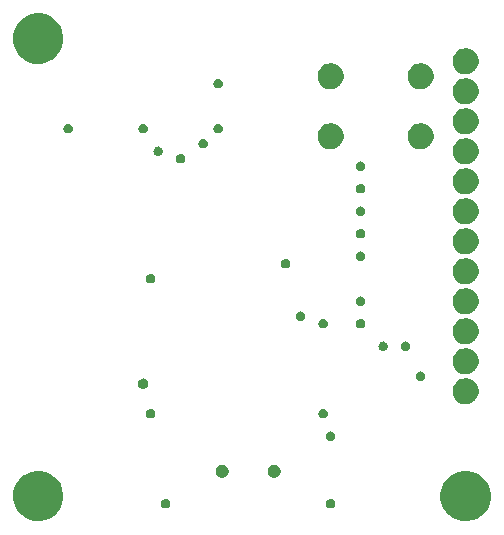
<source format=gbs>
G04 (created by PCBNEW (2013-may-18)-stable) date Fri 12 Dec 2014 10:12:50 AM CET*
%MOIN*%
G04 Gerber Fmt 3.4, Leading zero omitted, Abs format*
%FSLAX34Y34*%
G01*
G70*
G90*
G04 APERTURE LIST*
%ADD10C,0.00590551*%
G04 APERTURE END LIST*
G54D10*
G36*
X24339Y-23670D02*
X24337Y-23852D01*
X24299Y-24019D01*
X24235Y-24164D01*
X24136Y-24303D01*
X24021Y-24413D01*
X23877Y-24504D01*
X23729Y-24561D01*
X23561Y-24591D01*
X23403Y-24588D01*
X23236Y-24551D01*
X23091Y-24488D01*
X22950Y-24390D01*
X22840Y-24276D01*
X22748Y-24132D01*
X22689Y-23985D01*
X22658Y-23817D01*
X22661Y-23659D01*
X22696Y-23491D01*
X22758Y-23346D01*
X22855Y-23204D01*
X22968Y-23094D01*
X23112Y-23000D01*
X23258Y-22941D01*
X23427Y-22909D01*
X23584Y-22910D01*
X23753Y-22945D01*
X23898Y-23006D01*
X24040Y-23102D01*
X24151Y-23213D01*
X24246Y-23357D01*
X24306Y-23502D01*
X24339Y-23670D01*
X24339Y-23670D01*
G37*
G36*
X24339Y-38920D02*
X24337Y-39102D01*
X24299Y-39269D01*
X24235Y-39414D01*
X24136Y-39553D01*
X24021Y-39663D01*
X23877Y-39754D01*
X23729Y-39811D01*
X23561Y-39841D01*
X23403Y-39838D01*
X23236Y-39801D01*
X23091Y-39738D01*
X22950Y-39640D01*
X22840Y-39526D01*
X22748Y-39382D01*
X22689Y-39235D01*
X22658Y-39067D01*
X22661Y-38909D01*
X22696Y-38741D01*
X22758Y-38596D01*
X22855Y-38454D01*
X22968Y-38344D01*
X23112Y-38250D01*
X23258Y-38191D01*
X23427Y-38159D01*
X23584Y-38160D01*
X23753Y-38195D01*
X23898Y-38256D01*
X24040Y-38352D01*
X24151Y-38463D01*
X24246Y-38607D01*
X24306Y-38752D01*
X24339Y-38920D01*
X24339Y-38920D01*
G37*
G36*
X24658Y-26737D02*
X24657Y-26767D01*
X24649Y-26802D01*
X24639Y-26825D01*
X24618Y-26855D01*
X24599Y-26873D01*
X24568Y-26892D01*
X24545Y-26901D01*
X24509Y-26908D01*
X24484Y-26907D01*
X24448Y-26899D01*
X24425Y-26889D01*
X24394Y-26868D01*
X24377Y-26850D01*
X24357Y-26819D01*
X24348Y-26796D01*
X24341Y-26759D01*
X24342Y-26735D01*
X24349Y-26698D01*
X24359Y-26676D01*
X24380Y-26645D01*
X24397Y-26628D01*
X24429Y-26607D01*
X24451Y-26598D01*
X24489Y-26591D01*
X24512Y-26591D01*
X24550Y-26599D01*
X24572Y-26608D01*
X24603Y-26630D01*
X24620Y-26646D01*
X24641Y-26678D01*
X24650Y-26700D01*
X24658Y-26737D01*
X24658Y-26737D01*
G37*
G36*
X27158Y-26737D02*
X27157Y-26767D01*
X27149Y-26802D01*
X27139Y-26825D01*
X27118Y-26855D01*
X27099Y-26873D01*
X27068Y-26892D01*
X27045Y-26901D01*
X27009Y-26908D01*
X26984Y-26907D01*
X26948Y-26899D01*
X26925Y-26889D01*
X26894Y-26868D01*
X26877Y-26850D01*
X26857Y-26819D01*
X26848Y-26796D01*
X26841Y-26759D01*
X26842Y-26735D01*
X26849Y-26698D01*
X26859Y-26676D01*
X26880Y-26645D01*
X26897Y-26628D01*
X26929Y-26607D01*
X26951Y-26598D01*
X26989Y-26591D01*
X27012Y-26591D01*
X27050Y-26599D01*
X27072Y-26608D01*
X27103Y-26630D01*
X27120Y-26646D01*
X27141Y-26678D01*
X27150Y-26700D01*
X27158Y-26737D01*
X27158Y-26737D01*
G37*
G36*
X27177Y-35235D02*
X27177Y-35269D01*
X27168Y-35308D01*
X27156Y-35335D01*
X27133Y-35368D01*
X27112Y-35388D01*
X27077Y-35410D01*
X27050Y-35420D01*
X27010Y-35428D01*
X26981Y-35427D01*
X26941Y-35418D01*
X26915Y-35407D01*
X26881Y-35383D01*
X26862Y-35363D01*
X26839Y-35328D01*
X26829Y-35302D01*
X26821Y-35261D01*
X26822Y-35233D01*
X26831Y-35192D01*
X26842Y-35167D01*
X26865Y-35132D01*
X26885Y-35113D01*
X26920Y-35090D01*
X26946Y-35079D01*
X26987Y-35072D01*
X27015Y-35072D01*
X27056Y-35080D01*
X27081Y-35091D01*
X27116Y-35114D01*
X27135Y-35134D01*
X27159Y-35169D01*
X27169Y-35194D01*
X27177Y-35235D01*
X27177Y-35235D01*
G37*
G36*
X27408Y-31737D02*
X27407Y-31767D01*
X27399Y-31802D01*
X27389Y-31825D01*
X27368Y-31855D01*
X27349Y-31873D01*
X27318Y-31892D01*
X27295Y-31901D01*
X27259Y-31908D01*
X27234Y-31907D01*
X27198Y-31899D01*
X27175Y-31889D01*
X27144Y-31868D01*
X27127Y-31850D01*
X27107Y-31819D01*
X27098Y-31796D01*
X27091Y-31759D01*
X27092Y-31735D01*
X27099Y-31698D01*
X27109Y-31676D01*
X27130Y-31645D01*
X27147Y-31628D01*
X27179Y-31607D01*
X27201Y-31598D01*
X27239Y-31591D01*
X27262Y-31591D01*
X27300Y-31599D01*
X27322Y-31608D01*
X27353Y-31630D01*
X27370Y-31646D01*
X27391Y-31678D01*
X27400Y-31700D01*
X27408Y-31737D01*
X27408Y-31737D01*
G37*
G36*
X27408Y-36237D02*
X27407Y-36267D01*
X27399Y-36302D01*
X27389Y-36325D01*
X27368Y-36355D01*
X27349Y-36373D01*
X27318Y-36392D01*
X27295Y-36401D01*
X27259Y-36408D01*
X27234Y-36407D01*
X27198Y-36399D01*
X27175Y-36389D01*
X27144Y-36368D01*
X27127Y-36350D01*
X27107Y-36319D01*
X27098Y-36296D01*
X27091Y-36259D01*
X27092Y-36235D01*
X27099Y-36198D01*
X27109Y-36176D01*
X27130Y-36145D01*
X27147Y-36128D01*
X27179Y-36107D01*
X27201Y-36098D01*
X27239Y-36091D01*
X27262Y-36091D01*
X27300Y-36099D01*
X27322Y-36108D01*
X27353Y-36130D01*
X27370Y-36146D01*
X27391Y-36178D01*
X27400Y-36200D01*
X27408Y-36237D01*
X27408Y-36237D01*
G37*
G36*
X27658Y-27487D02*
X27657Y-27517D01*
X27649Y-27552D01*
X27639Y-27575D01*
X27618Y-27605D01*
X27599Y-27623D01*
X27568Y-27642D01*
X27545Y-27651D01*
X27509Y-27658D01*
X27484Y-27657D01*
X27448Y-27649D01*
X27425Y-27639D01*
X27394Y-27618D01*
X27377Y-27600D01*
X27357Y-27569D01*
X27348Y-27546D01*
X27341Y-27509D01*
X27342Y-27485D01*
X27349Y-27448D01*
X27359Y-27426D01*
X27380Y-27395D01*
X27397Y-27378D01*
X27429Y-27357D01*
X27451Y-27348D01*
X27489Y-27341D01*
X27512Y-27341D01*
X27550Y-27349D01*
X27572Y-27358D01*
X27603Y-27380D01*
X27620Y-27396D01*
X27641Y-27428D01*
X27650Y-27450D01*
X27658Y-27487D01*
X27658Y-27487D01*
G37*
G36*
X27908Y-39237D02*
X27907Y-39267D01*
X27899Y-39302D01*
X27889Y-39325D01*
X27868Y-39355D01*
X27849Y-39373D01*
X27818Y-39392D01*
X27795Y-39401D01*
X27759Y-39408D01*
X27734Y-39407D01*
X27698Y-39399D01*
X27675Y-39389D01*
X27644Y-39368D01*
X27627Y-39350D01*
X27607Y-39319D01*
X27598Y-39296D01*
X27591Y-39259D01*
X27592Y-39235D01*
X27599Y-39198D01*
X27609Y-39176D01*
X27630Y-39145D01*
X27647Y-39128D01*
X27679Y-39107D01*
X27701Y-39098D01*
X27739Y-39091D01*
X27762Y-39091D01*
X27800Y-39099D01*
X27822Y-39108D01*
X27853Y-39130D01*
X27870Y-39146D01*
X27891Y-39178D01*
X27900Y-39200D01*
X27908Y-39237D01*
X27908Y-39237D01*
G37*
G36*
X28408Y-27737D02*
X28407Y-27767D01*
X28399Y-27802D01*
X28389Y-27825D01*
X28368Y-27855D01*
X28349Y-27873D01*
X28318Y-27892D01*
X28295Y-27901D01*
X28259Y-27908D01*
X28234Y-27907D01*
X28198Y-27899D01*
X28175Y-27889D01*
X28144Y-27868D01*
X28127Y-27850D01*
X28107Y-27819D01*
X28098Y-27796D01*
X28091Y-27759D01*
X28092Y-27735D01*
X28099Y-27698D01*
X28109Y-27676D01*
X28130Y-27645D01*
X28147Y-27628D01*
X28179Y-27607D01*
X28201Y-27598D01*
X28239Y-27591D01*
X28262Y-27591D01*
X28300Y-27599D01*
X28322Y-27608D01*
X28353Y-27630D01*
X28370Y-27646D01*
X28391Y-27678D01*
X28400Y-27700D01*
X28408Y-27737D01*
X28408Y-27737D01*
G37*
G36*
X29158Y-27237D02*
X29157Y-27267D01*
X29149Y-27302D01*
X29139Y-27325D01*
X29118Y-27355D01*
X29099Y-27373D01*
X29068Y-27392D01*
X29045Y-27401D01*
X29009Y-27408D01*
X28984Y-27407D01*
X28948Y-27399D01*
X28925Y-27389D01*
X28894Y-27368D01*
X28877Y-27350D01*
X28857Y-27319D01*
X28848Y-27296D01*
X28841Y-27259D01*
X28842Y-27235D01*
X28849Y-27198D01*
X28859Y-27176D01*
X28880Y-27145D01*
X28897Y-27128D01*
X28929Y-27107D01*
X28951Y-27098D01*
X28989Y-27091D01*
X29012Y-27091D01*
X29050Y-27099D01*
X29072Y-27108D01*
X29103Y-27130D01*
X29120Y-27146D01*
X29141Y-27178D01*
X29150Y-27200D01*
X29158Y-27237D01*
X29158Y-27237D01*
G37*
G36*
X29658Y-25237D02*
X29657Y-25267D01*
X29649Y-25302D01*
X29639Y-25325D01*
X29618Y-25355D01*
X29599Y-25373D01*
X29568Y-25392D01*
X29545Y-25401D01*
X29509Y-25408D01*
X29484Y-25407D01*
X29448Y-25399D01*
X29425Y-25389D01*
X29394Y-25368D01*
X29377Y-25350D01*
X29357Y-25319D01*
X29348Y-25296D01*
X29341Y-25259D01*
X29342Y-25235D01*
X29349Y-25198D01*
X29359Y-25176D01*
X29380Y-25145D01*
X29397Y-25128D01*
X29429Y-25107D01*
X29451Y-25098D01*
X29489Y-25091D01*
X29512Y-25091D01*
X29550Y-25099D01*
X29572Y-25108D01*
X29603Y-25130D01*
X29620Y-25146D01*
X29641Y-25178D01*
X29650Y-25200D01*
X29658Y-25237D01*
X29658Y-25237D01*
G37*
G36*
X29658Y-26737D02*
X29657Y-26767D01*
X29649Y-26802D01*
X29639Y-26825D01*
X29618Y-26855D01*
X29599Y-26873D01*
X29568Y-26892D01*
X29545Y-26901D01*
X29509Y-26908D01*
X29484Y-26907D01*
X29448Y-26899D01*
X29425Y-26889D01*
X29394Y-26868D01*
X29377Y-26850D01*
X29357Y-26819D01*
X29348Y-26796D01*
X29341Y-26759D01*
X29342Y-26735D01*
X29349Y-26698D01*
X29359Y-26676D01*
X29380Y-26645D01*
X29397Y-26628D01*
X29429Y-26607D01*
X29451Y-26598D01*
X29489Y-26591D01*
X29512Y-26591D01*
X29550Y-26599D01*
X29572Y-26608D01*
X29603Y-26630D01*
X29620Y-26646D01*
X29641Y-26678D01*
X29650Y-26700D01*
X29658Y-26737D01*
X29658Y-26737D01*
G37*
G36*
X29850Y-38146D02*
X29850Y-38189D01*
X29839Y-38236D01*
X29824Y-38270D01*
X29796Y-38309D01*
X29770Y-38334D01*
X29729Y-38360D01*
X29695Y-38373D01*
X29647Y-38382D01*
X29611Y-38381D01*
X29563Y-38371D01*
X29530Y-38356D01*
X29490Y-38328D01*
X29465Y-38302D01*
X29438Y-38261D01*
X29425Y-38228D01*
X29416Y-38179D01*
X29417Y-38144D01*
X29427Y-38095D01*
X29441Y-38063D01*
X29469Y-38022D01*
X29494Y-37997D01*
X29536Y-37970D01*
X29569Y-37957D01*
X29617Y-37947D01*
X29653Y-37948D01*
X29701Y-37958D01*
X29734Y-37971D01*
X29775Y-37999D01*
X29800Y-38024D01*
X29828Y-38066D01*
X29841Y-38098D01*
X29850Y-38146D01*
X29850Y-38146D01*
G37*
G36*
X31582Y-38146D02*
X31582Y-38189D01*
X31571Y-38236D01*
X31556Y-38270D01*
X31528Y-38309D01*
X31502Y-38334D01*
X31461Y-38360D01*
X31427Y-38373D01*
X31379Y-38382D01*
X31343Y-38381D01*
X31295Y-38371D01*
X31262Y-38356D01*
X31222Y-38328D01*
X31197Y-38302D01*
X31170Y-38261D01*
X31157Y-38228D01*
X31148Y-38179D01*
X31149Y-38144D01*
X31159Y-38095D01*
X31173Y-38063D01*
X31201Y-38022D01*
X31226Y-37997D01*
X31268Y-37970D01*
X31301Y-37957D01*
X31349Y-37947D01*
X31385Y-37948D01*
X31433Y-37958D01*
X31466Y-37971D01*
X31507Y-37999D01*
X31532Y-38024D01*
X31560Y-38066D01*
X31573Y-38098D01*
X31582Y-38146D01*
X31582Y-38146D01*
G37*
G36*
X31908Y-31237D02*
X31907Y-31267D01*
X31899Y-31302D01*
X31889Y-31325D01*
X31868Y-31355D01*
X31849Y-31373D01*
X31818Y-31392D01*
X31795Y-31401D01*
X31759Y-31408D01*
X31734Y-31407D01*
X31698Y-31399D01*
X31675Y-31389D01*
X31644Y-31368D01*
X31627Y-31350D01*
X31607Y-31319D01*
X31598Y-31296D01*
X31591Y-31259D01*
X31592Y-31235D01*
X31599Y-31198D01*
X31609Y-31176D01*
X31630Y-31145D01*
X31647Y-31128D01*
X31679Y-31107D01*
X31701Y-31098D01*
X31739Y-31091D01*
X31762Y-31091D01*
X31800Y-31099D01*
X31822Y-31108D01*
X31853Y-31130D01*
X31870Y-31146D01*
X31891Y-31178D01*
X31900Y-31200D01*
X31908Y-31237D01*
X31908Y-31237D01*
G37*
G36*
X32408Y-32987D02*
X32407Y-33017D01*
X32399Y-33052D01*
X32389Y-33075D01*
X32368Y-33105D01*
X32349Y-33123D01*
X32318Y-33142D01*
X32295Y-33151D01*
X32259Y-33158D01*
X32234Y-33157D01*
X32198Y-33149D01*
X32175Y-33139D01*
X32144Y-33118D01*
X32127Y-33100D01*
X32107Y-33069D01*
X32098Y-33046D01*
X32091Y-33009D01*
X32092Y-32985D01*
X32099Y-32948D01*
X32109Y-32926D01*
X32130Y-32895D01*
X32147Y-32878D01*
X32179Y-32857D01*
X32201Y-32848D01*
X32239Y-32841D01*
X32262Y-32841D01*
X32300Y-32849D01*
X32322Y-32858D01*
X32353Y-32880D01*
X32370Y-32896D01*
X32391Y-32928D01*
X32400Y-32950D01*
X32408Y-32987D01*
X32408Y-32987D01*
G37*
G36*
X33158Y-33237D02*
X33157Y-33267D01*
X33149Y-33302D01*
X33139Y-33325D01*
X33118Y-33355D01*
X33099Y-33373D01*
X33068Y-33392D01*
X33045Y-33401D01*
X33009Y-33408D01*
X32984Y-33407D01*
X32948Y-33399D01*
X32925Y-33389D01*
X32894Y-33368D01*
X32877Y-33350D01*
X32857Y-33319D01*
X32848Y-33296D01*
X32841Y-33259D01*
X32842Y-33235D01*
X32849Y-33198D01*
X32859Y-33176D01*
X32880Y-33145D01*
X32897Y-33128D01*
X32929Y-33107D01*
X32951Y-33098D01*
X32989Y-33091D01*
X33012Y-33091D01*
X33050Y-33099D01*
X33072Y-33108D01*
X33103Y-33130D01*
X33120Y-33146D01*
X33141Y-33178D01*
X33150Y-33200D01*
X33158Y-33237D01*
X33158Y-33237D01*
G37*
G36*
X33158Y-36237D02*
X33157Y-36267D01*
X33149Y-36302D01*
X33139Y-36325D01*
X33118Y-36355D01*
X33099Y-36373D01*
X33068Y-36392D01*
X33045Y-36401D01*
X33009Y-36408D01*
X32984Y-36407D01*
X32948Y-36399D01*
X32925Y-36389D01*
X32894Y-36368D01*
X32877Y-36350D01*
X32857Y-36319D01*
X32848Y-36296D01*
X32841Y-36259D01*
X32842Y-36235D01*
X32849Y-36198D01*
X32859Y-36176D01*
X32880Y-36145D01*
X32897Y-36128D01*
X32929Y-36107D01*
X32951Y-36098D01*
X32989Y-36091D01*
X33012Y-36091D01*
X33050Y-36099D01*
X33072Y-36108D01*
X33103Y-36130D01*
X33120Y-36146D01*
X33141Y-36178D01*
X33150Y-36200D01*
X33158Y-36237D01*
X33158Y-36237D01*
G37*
G36*
X33408Y-36987D02*
X33407Y-37017D01*
X33399Y-37052D01*
X33389Y-37075D01*
X33368Y-37105D01*
X33349Y-37123D01*
X33318Y-37142D01*
X33295Y-37151D01*
X33259Y-37158D01*
X33234Y-37157D01*
X33198Y-37149D01*
X33175Y-37139D01*
X33144Y-37118D01*
X33127Y-37100D01*
X33107Y-37069D01*
X33098Y-37046D01*
X33091Y-37009D01*
X33092Y-36985D01*
X33099Y-36948D01*
X33109Y-36926D01*
X33130Y-36895D01*
X33147Y-36878D01*
X33179Y-36857D01*
X33201Y-36848D01*
X33239Y-36841D01*
X33262Y-36841D01*
X33300Y-36849D01*
X33322Y-36858D01*
X33353Y-36880D01*
X33370Y-36896D01*
X33391Y-36928D01*
X33400Y-36950D01*
X33408Y-36987D01*
X33408Y-36987D01*
G37*
G36*
X33408Y-39237D02*
X33407Y-39267D01*
X33399Y-39302D01*
X33389Y-39325D01*
X33368Y-39355D01*
X33349Y-39373D01*
X33318Y-39392D01*
X33295Y-39401D01*
X33259Y-39408D01*
X33234Y-39407D01*
X33198Y-39399D01*
X33175Y-39389D01*
X33144Y-39368D01*
X33127Y-39350D01*
X33107Y-39319D01*
X33098Y-39296D01*
X33091Y-39259D01*
X33092Y-39235D01*
X33099Y-39198D01*
X33109Y-39176D01*
X33130Y-39145D01*
X33147Y-39128D01*
X33179Y-39107D01*
X33201Y-39098D01*
X33239Y-39091D01*
X33262Y-39091D01*
X33300Y-39099D01*
X33322Y-39108D01*
X33353Y-39130D01*
X33370Y-39146D01*
X33391Y-39178D01*
X33400Y-39200D01*
X33408Y-39237D01*
X33408Y-39237D01*
G37*
G36*
X33683Y-24960D02*
X33682Y-25051D01*
X33662Y-25140D01*
X33630Y-25212D01*
X33577Y-25286D01*
X33520Y-25341D01*
X33443Y-25390D01*
X33369Y-25418D01*
X33280Y-25434D01*
X33201Y-25432D01*
X33112Y-25413D01*
X33040Y-25381D01*
X32965Y-25329D01*
X32910Y-25273D01*
X32861Y-25196D01*
X32832Y-25123D01*
X32815Y-25033D01*
X32816Y-24954D01*
X32835Y-24865D01*
X32866Y-24793D01*
X32918Y-24717D01*
X32974Y-24662D01*
X33051Y-24612D01*
X33123Y-24583D01*
X33214Y-24565D01*
X33291Y-24566D01*
X33382Y-24585D01*
X33453Y-24615D01*
X33530Y-24666D01*
X33585Y-24721D01*
X33636Y-24798D01*
X33665Y-24870D01*
X33683Y-24960D01*
X33683Y-24960D01*
G37*
G36*
X33683Y-26960D02*
X33682Y-27051D01*
X33662Y-27140D01*
X33630Y-27212D01*
X33577Y-27286D01*
X33520Y-27341D01*
X33443Y-27390D01*
X33369Y-27418D01*
X33280Y-27434D01*
X33201Y-27432D01*
X33112Y-27413D01*
X33040Y-27381D01*
X32965Y-27329D01*
X32910Y-27273D01*
X32861Y-27196D01*
X32832Y-27123D01*
X32815Y-27033D01*
X32816Y-26954D01*
X32835Y-26865D01*
X32866Y-26793D01*
X32918Y-26717D01*
X32974Y-26662D01*
X33051Y-26612D01*
X33123Y-26583D01*
X33214Y-26565D01*
X33291Y-26566D01*
X33382Y-26585D01*
X33453Y-26615D01*
X33530Y-26666D01*
X33585Y-26721D01*
X33636Y-26798D01*
X33665Y-26870D01*
X33683Y-26960D01*
X33683Y-26960D01*
G37*
G36*
X34408Y-27987D02*
X34407Y-28017D01*
X34399Y-28052D01*
X34389Y-28075D01*
X34368Y-28105D01*
X34349Y-28123D01*
X34318Y-28142D01*
X34295Y-28151D01*
X34259Y-28158D01*
X34234Y-28157D01*
X34198Y-28149D01*
X34175Y-28139D01*
X34144Y-28118D01*
X34127Y-28100D01*
X34107Y-28069D01*
X34098Y-28046D01*
X34091Y-28009D01*
X34092Y-27985D01*
X34099Y-27948D01*
X34109Y-27926D01*
X34130Y-27895D01*
X34147Y-27878D01*
X34179Y-27857D01*
X34201Y-27848D01*
X34239Y-27841D01*
X34262Y-27841D01*
X34300Y-27849D01*
X34322Y-27858D01*
X34353Y-27880D01*
X34370Y-27896D01*
X34391Y-27928D01*
X34400Y-27950D01*
X34408Y-27987D01*
X34408Y-27987D01*
G37*
G36*
X34408Y-28737D02*
X34407Y-28767D01*
X34399Y-28802D01*
X34389Y-28825D01*
X34368Y-28855D01*
X34349Y-28873D01*
X34318Y-28892D01*
X34295Y-28901D01*
X34259Y-28908D01*
X34234Y-28907D01*
X34198Y-28899D01*
X34175Y-28889D01*
X34144Y-28868D01*
X34127Y-28850D01*
X34107Y-28819D01*
X34098Y-28796D01*
X34091Y-28759D01*
X34092Y-28735D01*
X34099Y-28698D01*
X34109Y-28676D01*
X34130Y-28645D01*
X34147Y-28628D01*
X34179Y-28607D01*
X34201Y-28598D01*
X34239Y-28591D01*
X34262Y-28591D01*
X34300Y-28599D01*
X34322Y-28608D01*
X34353Y-28630D01*
X34370Y-28646D01*
X34391Y-28678D01*
X34400Y-28700D01*
X34408Y-28737D01*
X34408Y-28737D01*
G37*
G36*
X34408Y-29487D02*
X34407Y-29517D01*
X34399Y-29552D01*
X34389Y-29575D01*
X34368Y-29605D01*
X34349Y-29623D01*
X34318Y-29642D01*
X34295Y-29651D01*
X34259Y-29658D01*
X34234Y-29657D01*
X34198Y-29649D01*
X34175Y-29639D01*
X34144Y-29618D01*
X34127Y-29600D01*
X34107Y-29569D01*
X34098Y-29546D01*
X34091Y-29509D01*
X34092Y-29485D01*
X34099Y-29448D01*
X34109Y-29426D01*
X34130Y-29395D01*
X34147Y-29378D01*
X34179Y-29357D01*
X34201Y-29348D01*
X34239Y-29341D01*
X34262Y-29341D01*
X34300Y-29349D01*
X34322Y-29358D01*
X34353Y-29380D01*
X34370Y-29396D01*
X34391Y-29428D01*
X34400Y-29450D01*
X34408Y-29487D01*
X34408Y-29487D01*
G37*
G36*
X34408Y-30237D02*
X34407Y-30267D01*
X34399Y-30302D01*
X34389Y-30325D01*
X34368Y-30355D01*
X34349Y-30373D01*
X34318Y-30392D01*
X34295Y-30401D01*
X34259Y-30408D01*
X34234Y-30407D01*
X34198Y-30399D01*
X34175Y-30389D01*
X34144Y-30368D01*
X34127Y-30350D01*
X34107Y-30319D01*
X34098Y-30296D01*
X34091Y-30259D01*
X34092Y-30235D01*
X34099Y-30198D01*
X34109Y-30176D01*
X34130Y-30145D01*
X34147Y-30128D01*
X34179Y-30107D01*
X34201Y-30098D01*
X34239Y-30091D01*
X34262Y-30091D01*
X34300Y-30099D01*
X34322Y-30108D01*
X34353Y-30130D01*
X34370Y-30146D01*
X34391Y-30178D01*
X34400Y-30200D01*
X34408Y-30237D01*
X34408Y-30237D01*
G37*
G36*
X34408Y-30987D02*
X34407Y-31017D01*
X34399Y-31052D01*
X34389Y-31075D01*
X34368Y-31105D01*
X34349Y-31123D01*
X34318Y-31142D01*
X34295Y-31151D01*
X34259Y-31158D01*
X34234Y-31157D01*
X34198Y-31149D01*
X34175Y-31139D01*
X34144Y-31118D01*
X34127Y-31100D01*
X34107Y-31069D01*
X34098Y-31046D01*
X34091Y-31009D01*
X34092Y-30985D01*
X34099Y-30948D01*
X34109Y-30926D01*
X34130Y-30895D01*
X34147Y-30878D01*
X34179Y-30857D01*
X34201Y-30848D01*
X34239Y-30841D01*
X34262Y-30841D01*
X34300Y-30849D01*
X34322Y-30858D01*
X34353Y-30880D01*
X34370Y-30896D01*
X34391Y-30928D01*
X34400Y-30950D01*
X34408Y-30987D01*
X34408Y-30987D01*
G37*
G36*
X34408Y-32487D02*
X34407Y-32517D01*
X34399Y-32552D01*
X34389Y-32575D01*
X34368Y-32605D01*
X34349Y-32623D01*
X34318Y-32642D01*
X34295Y-32651D01*
X34259Y-32658D01*
X34234Y-32657D01*
X34198Y-32649D01*
X34175Y-32639D01*
X34144Y-32618D01*
X34127Y-32600D01*
X34107Y-32569D01*
X34098Y-32546D01*
X34091Y-32509D01*
X34092Y-32485D01*
X34099Y-32448D01*
X34109Y-32426D01*
X34130Y-32395D01*
X34147Y-32378D01*
X34179Y-32357D01*
X34201Y-32348D01*
X34239Y-32341D01*
X34262Y-32341D01*
X34300Y-32349D01*
X34322Y-32358D01*
X34353Y-32380D01*
X34370Y-32396D01*
X34391Y-32428D01*
X34400Y-32450D01*
X34408Y-32487D01*
X34408Y-32487D01*
G37*
G36*
X34408Y-33237D02*
X34407Y-33267D01*
X34399Y-33302D01*
X34389Y-33325D01*
X34368Y-33355D01*
X34349Y-33373D01*
X34318Y-33392D01*
X34295Y-33401D01*
X34259Y-33408D01*
X34234Y-33407D01*
X34198Y-33399D01*
X34175Y-33389D01*
X34144Y-33368D01*
X34127Y-33350D01*
X34107Y-33319D01*
X34098Y-33296D01*
X34091Y-33259D01*
X34092Y-33235D01*
X34099Y-33198D01*
X34109Y-33176D01*
X34130Y-33145D01*
X34147Y-33128D01*
X34179Y-33107D01*
X34201Y-33098D01*
X34239Y-33091D01*
X34262Y-33091D01*
X34300Y-33099D01*
X34322Y-33108D01*
X34353Y-33130D01*
X34370Y-33146D01*
X34391Y-33178D01*
X34400Y-33200D01*
X34408Y-33237D01*
X34408Y-33237D01*
G37*
G36*
X35158Y-33987D02*
X35157Y-34017D01*
X35149Y-34052D01*
X35139Y-34075D01*
X35118Y-34105D01*
X35099Y-34123D01*
X35068Y-34142D01*
X35045Y-34151D01*
X35009Y-34158D01*
X34984Y-34157D01*
X34948Y-34149D01*
X34925Y-34139D01*
X34894Y-34118D01*
X34877Y-34100D01*
X34857Y-34069D01*
X34848Y-34046D01*
X34841Y-34009D01*
X34842Y-33985D01*
X34849Y-33948D01*
X34859Y-33926D01*
X34880Y-33895D01*
X34897Y-33878D01*
X34929Y-33857D01*
X34951Y-33848D01*
X34989Y-33841D01*
X35012Y-33841D01*
X35050Y-33849D01*
X35072Y-33858D01*
X35103Y-33880D01*
X35120Y-33896D01*
X35141Y-33928D01*
X35150Y-33950D01*
X35158Y-33987D01*
X35158Y-33987D01*
G37*
G36*
X35908Y-33987D02*
X35907Y-34017D01*
X35899Y-34052D01*
X35889Y-34075D01*
X35868Y-34105D01*
X35849Y-34123D01*
X35818Y-34142D01*
X35795Y-34151D01*
X35759Y-34158D01*
X35734Y-34157D01*
X35698Y-34149D01*
X35675Y-34139D01*
X35644Y-34118D01*
X35627Y-34100D01*
X35607Y-34069D01*
X35598Y-34046D01*
X35591Y-34009D01*
X35592Y-33985D01*
X35599Y-33948D01*
X35609Y-33926D01*
X35630Y-33895D01*
X35647Y-33878D01*
X35679Y-33857D01*
X35701Y-33848D01*
X35739Y-33841D01*
X35762Y-33841D01*
X35800Y-33849D01*
X35822Y-33858D01*
X35853Y-33880D01*
X35870Y-33896D01*
X35891Y-33928D01*
X35900Y-33950D01*
X35908Y-33987D01*
X35908Y-33987D01*
G37*
G36*
X36408Y-34987D02*
X36407Y-35017D01*
X36399Y-35052D01*
X36389Y-35075D01*
X36368Y-35105D01*
X36349Y-35123D01*
X36318Y-35142D01*
X36295Y-35151D01*
X36259Y-35158D01*
X36234Y-35157D01*
X36198Y-35149D01*
X36175Y-35139D01*
X36144Y-35118D01*
X36127Y-35100D01*
X36107Y-35069D01*
X36098Y-35046D01*
X36091Y-35009D01*
X36092Y-34985D01*
X36099Y-34948D01*
X36109Y-34926D01*
X36130Y-34895D01*
X36147Y-34878D01*
X36179Y-34857D01*
X36201Y-34848D01*
X36239Y-34841D01*
X36262Y-34841D01*
X36300Y-34849D01*
X36322Y-34858D01*
X36353Y-34880D01*
X36370Y-34896D01*
X36391Y-34928D01*
X36400Y-34950D01*
X36408Y-34987D01*
X36408Y-34987D01*
G37*
G36*
X36683Y-24960D02*
X36682Y-25051D01*
X36662Y-25140D01*
X36630Y-25212D01*
X36577Y-25286D01*
X36520Y-25341D01*
X36443Y-25390D01*
X36369Y-25418D01*
X36280Y-25434D01*
X36201Y-25432D01*
X36112Y-25413D01*
X36040Y-25381D01*
X35965Y-25329D01*
X35910Y-25273D01*
X35861Y-25196D01*
X35832Y-25123D01*
X35815Y-25033D01*
X35816Y-24954D01*
X35835Y-24865D01*
X35866Y-24793D01*
X35918Y-24717D01*
X35974Y-24662D01*
X36051Y-24612D01*
X36123Y-24583D01*
X36214Y-24565D01*
X36291Y-24566D01*
X36382Y-24585D01*
X36453Y-24615D01*
X36530Y-24666D01*
X36585Y-24721D01*
X36636Y-24798D01*
X36665Y-24870D01*
X36683Y-24960D01*
X36683Y-24960D01*
G37*
G36*
X36683Y-26960D02*
X36682Y-27051D01*
X36662Y-27140D01*
X36630Y-27212D01*
X36577Y-27286D01*
X36520Y-27341D01*
X36443Y-27390D01*
X36369Y-27418D01*
X36280Y-27434D01*
X36201Y-27432D01*
X36112Y-27413D01*
X36040Y-27381D01*
X35965Y-27329D01*
X35910Y-27273D01*
X35861Y-27196D01*
X35832Y-27123D01*
X35815Y-27033D01*
X35816Y-26954D01*
X35835Y-26865D01*
X35866Y-26793D01*
X35918Y-26717D01*
X35974Y-26662D01*
X36051Y-26612D01*
X36123Y-26583D01*
X36214Y-26565D01*
X36291Y-26566D01*
X36382Y-26585D01*
X36453Y-26615D01*
X36530Y-26666D01*
X36585Y-26721D01*
X36636Y-26798D01*
X36665Y-26870D01*
X36683Y-26960D01*
X36683Y-26960D01*
G37*
G36*
X38183Y-24460D02*
X38182Y-24551D01*
X38162Y-24640D01*
X38130Y-24712D01*
X38077Y-24786D01*
X38020Y-24841D01*
X37943Y-24890D01*
X37869Y-24918D01*
X37780Y-24934D01*
X37701Y-24932D01*
X37612Y-24913D01*
X37540Y-24881D01*
X37465Y-24829D01*
X37410Y-24773D01*
X37361Y-24696D01*
X37332Y-24623D01*
X37315Y-24533D01*
X37316Y-24454D01*
X37335Y-24365D01*
X37366Y-24293D01*
X37418Y-24217D01*
X37474Y-24162D01*
X37551Y-24112D01*
X37623Y-24083D01*
X37714Y-24065D01*
X37791Y-24066D01*
X37882Y-24085D01*
X37953Y-24115D01*
X38030Y-24166D01*
X38085Y-24221D01*
X38136Y-24298D01*
X38165Y-24370D01*
X38183Y-24460D01*
X38183Y-24460D01*
G37*
G36*
X38183Y-25460D02*
X38182Y-25551D01*
X38162Y-25640D01*
X38130Y-25712D01*
X38077Y-25786D01*
X38020Y-25841D01*
X37943Y-25890D01*
X37869Y-25918D01*
X37780Y-25934D01*
X37701Y-25932D01*
X37612Y-25913D01*
X37540Y-25881D01*
X37465Y-25829D01*
X37410Y-25773D01*
X37361Y-25696D01*
X37332Y-25623D01*
X37315Y-25533D01*
X37316Y-25454D01*
X37335Y-25365D01*
X37366Y-25293D01*
X37418Y-25217D01*
X37474Y-25162D01*
X37551Y-25112D01*
X37623Y-25083D01*
X37714Y-25065D01*
X37791Y-25066D01*
X37882Y-25085D01*
X37953Y-25115D01*
X38030Y-25166D01*
X38085Y-25221D01*
X38136Y-25298D01*
X38165Y-25370D01*
X38183Y-25460D01*
X38183Y-25460D01*
G37*
G36*
X38183Y-26460D02*
X38182Y-26551D01*
X38162Y-26640D01*
X38130Y-26712D01*
X38077Y-26786D01*
X38020Y-26841D01*
X37943Y-26890D01*
X37869Y-26918D01*
X37780Y-26934D01*
X37701Y-26932D01*
X37612Y-26913D01*
X37540Y-26881D01*
X37465Y-26829D01*
X37410Y-26773D01*
X37361Y-26696D01*
X37332Y-26623D01*
X37315Y-26533D01*
X37316Y-26454D01*
X37335Y-26365D01*
X37366Y-26293D01*
X37418Y-26217D01*
X37474Y-26162D01*
X37551Y-26112D01*
X37623Y-26083D01*
X37714Y-26065D01*
X37791Y-26066D01*
X37882Y-26085D01*
X37953Y-26115D01*
X38030Y-26166D01*
X38085Y-26221D01*
X38136Y-26298D01*
X38165Y-26370D01*
X38183Y-26460D01*
X38183Y-26460D01*
G37*
G36*
X38183Y-27460D02*
X38182Y-27551D01*
X38162Y-27640D01*
X38130Y-27712D01*
X38077Y-27786D01*
X38020Y-27841D01*
X37943Y-27890D01*
X37869Y-27918D01*
X37780Y-27934D01*
X37701Y-27932D01*
X37612Y-27913D01*
X37540Y-27881D01*
X37465Y-27829D01*
X37410Y-27773D01*
X37361Y-27696D01*
X37332Y-27623D01*
X37315Y-27533D01*
X37316Y-27454D01*
X37335Y-27365D01*
X37366Y-27293D01*
X37418Y-27217D01*
X37474Y-27162D01*
X37551Y-27112D01*
X37623Y-27083D01*
X37714Y-27065D01*
X37791Y-27066D01*
X37882Y-27085D01*
X37953Y-27115D01*
X38030Y-27166D01*
X38085Y-27221D01*
X38136Y-27298D01*
X38165Y-27370D01*
X38183Y-27460D01*
X38183Y-27460D01*
G37*
G36*
X38183Y-28460D02*
X38182Y-28551D01*
X38162Y-28640D01*
X38130Y-28712D01*
X38077Y-28786D01*
X38020Y-28841D01*
X37943Y-28890D01*
X37869Y-28918D01*
X37780Y-28934D01*
X37701Y-28932D01*
X37612Y-28913D01*
X37540Y-28881D01*
X37465Y-28829D01*
X37410Y-28773D01*
X37361Y-28696D01*
X37332Y-28623D01*
X37315Y-28533D01*
X37316Y-28454D01*
X37335Y-28365D01*
X37366Y-28293D01*
X37418Y-28217D01*
X37474Y-28162D01*
X37551Y-28112D01*
X37623Y-28083D01*
X37714Y-28065D01*
X37791Y-28066D01*
X37882Y-28085D01*
X37953Y-28115D01*
X38030Y-28166D01*
X38085Y-28221D01*
X38136Y-28298D01*
X38165Y-28370D01*
X38183Y-28460D01*
X38183Y-28460D01*
G37*
G36*
X38183Y-29460D02*
X38182Y-29551D01*
X38162Y-29640D01*
X38130Y-29712D01*
X38077Y-29786D01*
X38020Y-29841D01*
X37943Y-29890D01*
X37869Y-29918D01*
X37780Y-29934D01*
X37701Y-29932D01*
X37612Y-29913D01*
X37540Y-29881D01*
X37465Y-29829D01*
X37410Y-29773D01*
X37361Y-29696D01*
X37332Y-29623D01*
X37315Y-29533D01*
X37316Y-29454D01*
X37335Y-29365D01*
X37366Y-29293D01*
X37418Y-29217D01*
X37474Y-29162D01*
X37551Y-29112D01*
X37623Y-29083D01*
X37714Y-29065D01*
X37791Y-29066D01*
X37882Y-29085D01*
X37953Y-29115D01*
X38030Y-29166D01*
X38085Y-29221D01*
X38136Y-29298D01*
X38165Y-29370D01*
X38183Y-29460D01*
X38183Y-29460D01*
G37*
G36*
X38183Y-30460D02*
X38182Y-30551D01*
X38162Y-30640D01*
X38130Y-30712D01*
X38077Y-30786D01*
X38020Y-30841D01*
X37943Y-30890D01*
X37869Y-30918D01*
X37780Y-30934D01*
X37701Y-30932D01*
X37612Y-30913D01*
X37540Y-30881D01*
X37465Y-30829D01*
X37410Y-30773D01*
X37361Y-30696D01*
X37332Y-30623D01*
X37315Y-30533D01*
X37316Y-30454D01*
X37335Y-30365D01*
X37366Y-30293D01*
X37418Y-30217D01*
X37474Y-30162D01*
X37551Y-30112D01*
X37623Y-30083D01*
X37714Y-30065D01*
X37791Y-30066D01*
X37882Y-30085D01*
X37953Y-30115D01*
X38030Y-30166D01*
X38085Y-30221D01*
X38136Y-30298D01*
X38165Y-30370D01*
X38183Y-30460D01*
X38183Y-30460D01*
G37*
G36*
X38183Y-31460D02*
X38182Y-31551D01*
X38162Y-31640D01*
X38130Y-31712D01*
X38077Y-31786D01*
X38020Y-31841D01*
X37943Y-31890D01*
X37869Y-31918D01*
X37780Y-31934D01*
X37701Y-31932D01*
X37612Y-31913D01*
X37540Y-31881D01*
X37465Y-31829D01*
X37410Y-31773D01*
X37361Y-31696D01*
X37332Y-31623D01*
X37315Y-31533D01*
X37316Y-31454D01*
X37335Y-31365D01*
X37366Y-31293D01*
X37418Y-31217D01*
X37474Y-31162D01*
X37551Y-31112D01*
X37623Y-31083D01*
X37714Y-31065D01*
X37791Y-31066D01*
X37882Y-31085D01*
X37953Y-31115D01*
X38030Y-31166D01*
X38085Y-31221D01*
X38136Y-31298D01*
X38165Y-31370D01*
X38183Y-31460D01*
X38183Y-31460D01*
G37*
G36*
X38183Y-32460D02*
X38182Y-32551D01*
X38162Y-32640D01*
X38130Y-32712D01*
X38077Y-32786D01*
X38020Y-32841D01*
X37943Y-32890D01*
X37869Y-32918D01*
X37780Y-32934D01*
X37701Y-32932D01*
X37612Y-32913D01*
X37540Y-32881D01*
X37465Y-32829D01*
X37410Y-32773D01*
X37361Y-32696D01*
X37332Y-32623D01*
X37315Y-32533D01*
X37316Y-32454D01*
X37335Y-32365D01*
X37366Y-32293D01*
X37418Y-32217D01*
X37474Y-32162D01*
X37551Y-32112D01*
X37623Y-32083D01*
X37714Y-32065D01*
X37791Y-32066D01*
X37882Y-32085D01*
X37953Y-32115D01*
X38030Y-32166D01*
X38085Y-32221D01*
X38136Y-32298D01*
X38165Y-32370D01*
X38183Y-32460D01*
X38183Y-32460D01*
G37*
G36*
X38183Y-33460D02*
X38182Y-33551D01*
X38162Y-33640D01*
X38130Y-33712D01*
X38077Y-33786D01*
X38020Y-33841D01*
X37943Y-33890D01*
X37869Y-33918D01*
X37780Y-33934D01*
X37701Y-33932D01*
X37612Y-33913D01*
X37540Y-33881D01*
X37465Y-33829D01*
X37410Y-33773D01*
X37361Y-33696D01*
X37332Y-33623D01*
X37315Y-33533D01*
X37316Y-33454D01*
X37335Y-33365D01*
X37366Y-33293D01*
X37418Y-33217D01*
X37474Y-33162D01*
X37551Y-33112D01*
X37623Y-33083D01*
X37714Y-33065D01*
X37791Y-33066D01*
X37882Y-33085D01*
X37953Y-33115D01*
X38030Y-33166D01*
X38085Y-33221D01*
X38136Y-33298D01*
X38165Y-33370D01*
X38183Y-33460D01*
X38183Y-33460D01*
G37*
G36*
X38183Y-34460D02*
X38182Y-34551D01*
X38162Y-34640D01*
X38130Y-34712D01*
X38077Y-34786D01*
X38020Y-34841D01*
X37943Y-34890D01*
X37869Y-34918D01*
X37780Y-34934D01*
X37701Y-34932D01*
X37612Y-34913D01*
X37540Y-34881D01*
X37465Y-34829D01*
X37410Y-34773D01*
X37361Y-34696D01*
X37332Y-34623D01*
X37315Y-34533D01*
X37316Y-34454D01*
X37335Y-34365D01*
X37366Y-34293D01*
X37418Y-34217D01*
X37474Y-34162D01*
X37551Y-34112D01*
X37623Y-34083D01*
X37714Y-34065D01*
X37791Y-34066D01*
X37882Y-34085D01*
X37953Y-34115D01*
X38030Y-34166D01*
X38085Y-34221D01*
X38136Y-34298D01*
X38165Y-34370D01*
X38183Y-34460D01*
X38183Y-34460D01*
G37*
G36*
X38183Y-35460D02*
X38182Y-35551D01*
X38162Y-35640D01*
X38130Y-35712D01*
X38077Y-35786D01*
X38020Y-35841D01*
X37943Y-35890D01*
X37869Y-35918D01*
X37780Y-35934D01*
X37701Y-35932D01*
X37612Y-35913D01*
X37540Y-35881D01*
X37465Y-35829D01*
X37410Y-35773D01*
X37361Y-35696D01*
X37332Y-35623D01*
X37315Y-35533D01*
X37316Y-35454D01*
X37335Y-35365D01*
X37366Y-35293D01*
X37418Y-35217D01*
X37474Y-35162D01*
X37551Y-35112D01*
X37623Y-35083D01*
X37714Y-35065D01*
X37791Y-35066D01*
X37882Y-35085D01*
X37953Y-35115D01*
X38030Y-35166D01*
X38085Y-35221D01*
X38136Y-35298D01*
X38165Y-35370D01*
X38183Y-35460D01*
X38183Y-35460D01*
G37*
G36*
X38589Y-38920D02*
X38587Y-39102D01*
X38549Y-39269D01*
X38485Y-39414D01*
X38386Y-39553D01*
X38271Y-39663D01*
X38127Y-39754D01*
X37979Y-39811D01*
X37811Y-39841D01*
X37653Y-39838D01*
X37486Y-39801D01*
X37341Y-39738D01*
X37200Y-39640D01*
X37090Y-39526D01*
X36998Y-39382D01*
X36939Y-39235D01*
X36908Y-39067D01*
X36911Y-38909D01*
X36946Y-38741D01*
X37008Y-38596D01*
X37105Y-38454D01*
X37218Y-38344D01*
X37362Y-38250D01*
X37508Y-38191D01*
X37677Y-38159D01*
X37834Y-38160D01*
X38003Y-38195D01*
X38148Y-38256D01*
X38290Y-38352D01*
X38401Y-38463D01*
X38496Y-38607D01*
X38556Y-38752D01*
X38589Y-38920D01*
X38589Y-38920D01*
G37*
M02*

</source>
